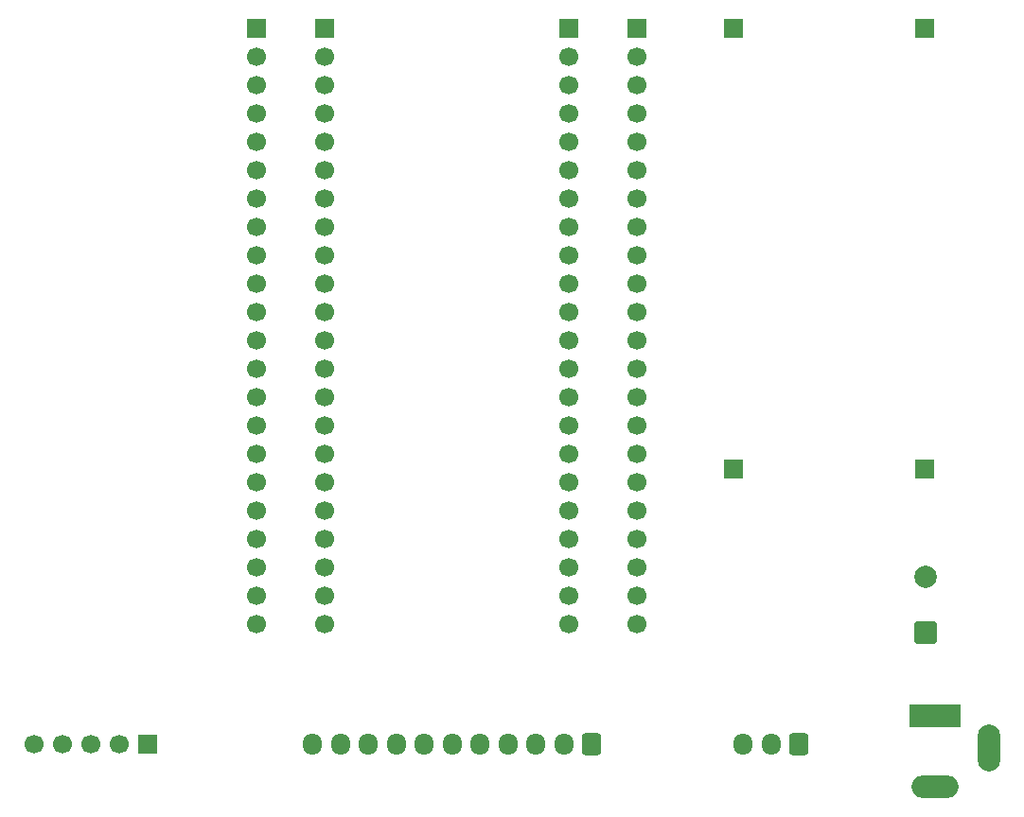
<source format=gbr>
%TF.GenerationSoftware,KiCad,Pcbnew,9.0.3*%
%TF.CreationDate,2025-07-24T13:33:20+07:00*%
%TF.ProjectId,shield,73686965-6c64-42e6-9b69-6361645f7063,rev?*%
%TF.SameCoordinates,Original*%
%TF.FileFunction,Copper,L2,Bot*%
%TF.FilePolarity,Positive*%
%FSLAX46Y46*%
G04 Gerber Fmt 4.6, Leading zero omitted, Abs format (unit mm)*
G04 Created by KiCad (PCBNEW 9.0.3) date 2025-07-24 13:33:20*
%MOMM*%
%LPD*%
G01*
G04 APERTURE LIST*
G04 Aperture macros list*
%AMRoundRect*
0 Rectangle with rounded corners*
0 $1 Rounding radius*
0 $2 $3 $4 $5 $6 $7 $8 $9 X,Y pos of 4 corners*
0 Add a 4 corners polygon primitive as box body*
4,1,4,$2,$3,$4,$5,$6,$7,$8,$9,$2,$3,0*
0 Add four circle primitives for the rounded corners*
1,1,$1+$1,$2,$3*
1,1,$1+$1,$4,$5*
1,1,$1+$1,$6,$7*
1,1,$1+$1,$8,$9*
0 Add four rect primitives between the rounded corners*
20,1,$1+$1,$2,$3,$4,$5,0*
20,1,$1+$1,$4,$5,$6,$7,0*
20,1,$1+$1,$6,$7,$8,$9,0*
20,1,$1+$1,$8,$9,$2,$3,0*%
G04 Aperture macros list end*
%TA.AperFunction,ComponentPad*%
%ADD10R,1.700000X1.700000*%
%TD*%
%TA.AperFunction,ComponentPad*%
%ADD11C,1.700000*%
%TD*%
%TA.AperFunction,ComponentPad*%
%ADD12O,1.700000X1.950000*%
%TD*%
%TA.AperFunction,ComponentPad*%
%ADD13RoundRect,0.250000X0.600000X0.725000X-0.600000X0.725000X-0.600000X-0.725000X0.600000X-0.725000X0*%
%TD*%
%TA.AperFunction,ComponentPad*%
%ADD14R,4.600000X2.000000*%
%TD*%
%TA.AperFunction,ComponentPad*%
%ADD15O,4.200000X2.000000*%
%TD*%
%TA.AperFunction,ComponentPad*%
%ADD16O,2.000000X4.200000*%
%TD*%
%TA.AperFunction,ComponentPad*%
%ADD17RoundRect,0.250000X0.750000X-0.750000X0.750000X0.750000X-0.750000X0.750000X-0.750000X-0.750000X0*%
%TD*%
%TA.AperFunction,ComponentPad*%
%ADD18C,2.000000*%
%TD*%
G04 APERTURE END LIST*
D10*
%TO.P,J2,1,Pin_1*%
%TO.N,+3V3*%
X107479400Y-137663800D03*
D11*
%TO.P,J2,2,Pin_2*%
%TO.N,GND*%
X104939400Y-137663800D03*
%TO.P,J2,3,Pin_3*%
%TO.N,/GPIO12+SCL*%
X102399400Y-137663800D03*
%TO.P,J2,4,Pin_4*%
%TO.N,/GPIO11+SDA*%
X99859400Y-137663800D03*
%TO.P,J2,5,Pin_5*%
%TO.N,/GPIO16*%
X97319400Y-137663800D03*
%TD*%
D12*
%TO.P,J3,3,Pin_3*%
%TO.N,GND*%
X160759400Y-137663800D03*
%TO.P,J3,2,Pin_2*%
%TO.N,Net-(J3-Pin_2)*%
X163259400Y-137663800D03*
D13*
%TO.P,J3,1,Pin_1*%
%TO.N,/GPIO15*%
X165759400Y-137663800D03*
%TD*%
D10*
%TO.P,J7,1,Pin_1*%
%TO.N,GND*%
X177006600Y-113080800D03*
%TD*%
%TO.P,J6,1,Pin_1*%
%TO.N,Net-(J3-Pin_2)*%
X159861600Y-113080800D03*
%TD*%
D11*
%TO.P,J9,22,Pin_22*%
%TO.N,GND*%
X145141600Y-126923800D03*
%TO.P,J9,21,Pin_21*%
X145141600Y-124383800D03*
%TO.P,J9,20,Pin_20*%
%TO.N,Net-(J11-Pin_20)*%
X145141600Y-121843800D03*
%TO.P,J9,19,Pin_19*%
%TO.N,Net-(J11-Pin_19)*%
X145141600Y-119303800D03*
%TO.P,J9,18,Pin_18*%
%TO.N,Net-(J11-Pin_18)*%
X145141600Y-116763800D03*
%TO.P,J9,17,Pin_17*%
%TO.N,Net-(J11-Pin_17)*%
X145141600Y-114223800D03*
%TO.P,J9,16,Pin_16*%
%TO.N,Net-(J11-Pin_16)*%
X145141600Y-111683800D03*
%TO.P,J9,15,Pin_15*%
%TO.N,Net-(J11-Pin_15)*%
X145141600Y-109143800D03*
%TO.P,J9,14,Pin_14*%
%TO.N,Net-(J11-Pin_14)*%
X145141600Y-106603800D03*
%TO.P,J9,13,Pin_13*%
%TO.N,Net-(J11-Pin_13)*%
X145141600Y-104063800D03*
%TO.P,J9,12,Pin_12*%
%TO.N,Net-(J11-Pin_12)*%
X145141600Y-101523800D03*
%TO.P,J9,11,Pin_11*%
%TO.N,Net-(J11-Pin_11)*%
X145141600Y-98983800D03*
%TO.P,J9,10,Pin_10*%
%TO.N,Net-(J11-Pin_10)*%
X145141600Y-96443800D03*
%TO.P,J9,9,Pin_9*%
%TO.N,Net-(J11-Pin_9)*%
X145141600Y-93903800D03*
%TO.P,J9,8,Pin_8*%
%TO.N,Net-(J11-Pin_8)*%
X145141600Y-91363800D03*
%TO.P,J9,7,Pin_7*%
%TO.N,Net-(J11-Pin_7)*%
X145141600Y-88823800D03*
%TO.P,J9,6,Pin_6*%
%TO.N,Net-(J11-Pin_6)*%
X145141600Y-86283800D03*
%TO.P,J9,5,Pin_5*%
%TO.N,/GPIO2*%
X145141600Y-83743800D03*
%TO.P,J9,4,Pin_4*%
%TO.N,/GPIO1*%
X145141600Y-81203800D03*
%TO.P,J9,3,Pin_3*%
%TO.N,Net-(J11-Pin_3)*%
X145141600Y-78663800D03*
%TO.P,J9,2,Pin_2*%
%TO.N,Net-(J11-Pin_2)*%
X145141600Y-76123800D03*
D10*
%TO.P,J9,1,Pin_1*%
%TO.N,GND*%
X145141600Y-73583800D03*
%TD*%
D11*
%TO.P,J8,22,Pin_22*%
%TO.N,GND*%
X123291600Y-126923800D03*
%TO.P,J8,21,Pin_21*%
%TO.N,+5V*%
X123291600Y-124383800D03*
%TO.P,J8,20,Pin_20*%
%TO.N,/GPIO14*%
X123291600Y-121843800D03*
%TO.P,J8,19,Pin_19*%
%TO.N,/GPIO13*%
X123291600Y-119303800D03*
%TO.P,J8,18,Pin_18*%
%TO.N,/GPIO12+SCL*%
X123291600Y-116763800D03*
%TO.P,J8,17,Pin_17*%
%TO.N,/GPIO11+SDA*%
X123291600Y-114223800D03*
%TO.P,J8,16,Pin_16*%
%TO.N,/GPIO10*%
X123291600Y-111683800D03*
%TO.P,J8,15,Pin_15*%
%TO.N,/GPIO9*%
X123291600Y-109143800D03*
%TO.P,J8,14,Pin_14*%
%TO.N,Net-(J10-Pin_14)*%
X123291600Y-106603800D03*
%TO.P,J8,13,Pin_13*%
%TO.N,Net-(J10-Pin_13)*%
X123291600Y-104063800D03*
%TO.P,J8,12,Pin_12*%
%TO.N,/GPIO8*%
X123291600Y-101523800D03*
%TO.P,J8,11,Pin_11*%
%TO.N,/GPIO18*%
X123291600Y-98983800D03*
%TO.P,J8,10,Pin_10*%
%TO.N,/GPIO17*%
X123291600Y-96443800D03*
%TO.P,J8,9,Pin_9*%
%TO.N,/GPIO16*%
X123291600Y-93903800D03*
%TO.P,J8,8,Pin_8*%
%TO.N,/GPIO15*%
X123291600Y-91363800D03*
%TO.P,J8,7,Pin_7*%
%TO.N,/GPIO7*%
X123291600Y-88823800D03*
%TO.P,J8,6,Pin_6*%
%TO.N,/GPIO6*%
X123291600Y-86283800D03*
%TO.P,J8,5,Pin_5*%
%TO.N,/GPIO5*%
X123291600Y-83743800D03*
%TO.P,J8,4,Pin_4*%
%TO.N,/GPIO4*%
X123291600Y-81203800D03*
%TO.P,J8,3,Pin_3*%
%TO.N,Net-(J10-Pin_3)*%
X123291600Y-78663800D03*
%TO.P,J8,2,Pin_2*%
%TO.N,Net-(J10-Pin_2)*%
X123291600Y-76123800D03*
D10*
%TO.P,J8,1,Pin_1*%
%TO.N,+3V3*%
X123291600Y-73583800D03*
%TD*%
D14*
%TO.P,J12,1*%
%TO.N,VCC*%
X177952400Y-135153400D03*
D15*
%TO.P,J12,2*%
%TO.N,GND*%
X177952400Y-141453400D03*
D16*
%TO.P,J12,3*%
%TO.N,N/C*%
X182752400Y-138053400D03*
%TD*%
D10*
%TO.P,J5,1,Pin_1*%
%TO.N,GND*%
X177006600Y-73583800D03*
%TD*%
D17*
%TO.P,C1,1*%
%TO.N,VCC*%
X177088800Y-127707400D03*
D18*
%TO.P,C1,2*%
%TO.N,GND*%
X177088800Y-122707400D03*
%TD*%
D10*
%TO.P,J10,1,Pin_1*%
%TO.N,+3V3*%
X117201600Y-73583800D03*
D11*
%TO.P,J10,2,Pin_2*%
%TO.N,Net-(J10-Pin_2)*%
X117201600Y-76123800D03*
%TO.P,J10,3,Pin_3*%
%TO.N,Net-(J10-Pin_3)*%
X117201600Y-78663800D03*
%TO.P,J10,4,Pin_4*%
%TO.N,/GPIO4*%
X117201600Y-81203800D03*
%TO.P,J10,5,Pin_5*%
%TO.N,/GPIO5*%
X117201600Y-83743800D03*
%TO.P,J10,6,Pin_6*%
%TO.N,/GPIO6*%
X117201600Y-86283800D03*
%TO.P,J10,7,Pin_7*%
%TO.N,/GPIO7*%
X117201600Y-88823800D03*
%TO.P,J10,8,Pin_8*%
%TO.N,/GPIO15*%
X117201600Y-91363800D03*
%TO.P,J10,9,Pin_9*%
%TO.N,/GPIO16*%
X117201600Y-93903800D03*
%TO.P,J10,10,Pin_10*%
%TO.N,/GPIO17*%
X117201600Y-96443800D03*
%TO.P,J10,11,Pin_11*%
%TO.N,/GPIO18*%
X117201600Y-98983800D03*
%TO.P,J10,12,Pin_12*%
%TO.N,/GPIO8*%
X117201600Y-101523800D03*
%TO.P,J10,13,Pin_13*%
%TO.N,Net-(J10-Pin_13)*%
X117201600Y-104063800D03*
%TO.P,J10,14,Pin_14*%
%TO.N,Net-(J10-Pin_14)*%
X117201600Y-106603800D03*
%TO.P,J10,15,Pin_15*%
%TO.N,/GPIO9*%
X117201600Y-109143800D03*
%TO.P,J10,16,Pin_16*%
%TO.N,/GPIO10*%
X117201600Y-111683800D03*
%TO.P,J10,17,Pin_17*%
%TO.N,/GPIO11+SDA*%
X117201600Y-114223800D03*
%TO.P,J10,18,Pin_18*%
%TO.N,/GPIO12+SCL*%
X117201600Y-116763800D03*
%TO.P,J10,19,Pin_19*%
%TO.N,/GPIO13*%
X117201600Y-119303800D03*
%TO.P,J10,20,Pin_20*%
%TO.N,/GPIO14*%
X117201600Y-121843800D03*
%TO.P,J10,21,Pin_21*%
%TO.N,+5V*%
X117201600Y-124383800D03*
%TO.P,J10,22,Pin_22*%
%TO.N,GND*%
X117201600Y-126923800D03*
%TD*%
D13*
%TO.P,J1,1,Pin_1*%
%TO.N,/GPIO4*%
X147239400Y-137663800D03*
D12*
%TO.P,J1,2,Pin_2*%
%TO.N,/GPIO5*%
X144739400Y-137663800D03*
%TO.P,J1,3,Pin_3*%
%TO.N,/GPIO6*%
X142239400Y-137663800D03*
%TO.P,J1,4,Pin_4*%
%TO.N,/GPIO7*%
X139739400Y-137663800D03*
%TO.P,J1,5,Pin_5*%
%TO.N,/GPIO8*%
X137239400Y-137663800D03*
%TO.P,J1,6,Pin_6*%
%TO.N,/GPIO9*%
X134739400Y-137663800D03*
%TO.P,J1,7,Pin_7*%
%TO.N,/GPIO10*%
X132239400Y-137663800D03*
%TO.P,J1,8,Pin_8*%
%TO.N,/GPIO1*%
X129739400Y-137663800D03*
%TO.P,J1,9,Pin_9*%
%TO.N,unconnected-(J1-Pin_9-Pad9)*%
X127239400Y-137663800D03*
%TO.P,J1,10,Pin_10*%
%TO.N,+3V3*%
X124739400Y-137663800D03*
%TO.P,J1,11,Pin_11*%
%TO.N,GND*%
X122239400Y-137663800D03*
%TD*%
D10*
%TO.P,J11,1,Pin_1*%
%TO.N,GND*%
X151231600Y-73583800D03*
D11*
%TO.P,J11,2,Pin_2*%
%TO.N,Net-(J11-Pin_2)*%
X151231600Y-76123800D03*
%TO.P,J11,3,Pin_3*%
%TO.N,Net-(J11-Pin_3)*%
X151231600Y-78663800D03*
%TO.P,J11,4,Pin_4*%
%TO.N,/GPIO1*%
X151231600Y-81203800D03*
%TO.P,J11,5,Pin_5*%
%TO.N,/GPIO2*%
X151231600Y-83743800D03*
%TO.P,J11,6,Pin_6*%
%TO.N,Net-(J11-Pin_6)*%
X151231600Y-86283800D03*
%TO.P,J11,7,Pin_7*%
%TO.N,Net-(J11-Pin_7)*%
X151231600Y-88823800D03*
%TO.P,J11,8,Pin_8*%
%TO.N,Net-(J11-Pin_8)*%
X151231600Y-91363800D03*
%TO.P,J11,9,Pin_9*%
%TO.N,Net-(J11-Pin_9)*%
X151231600Y-93903800D03*
%TO.P,J11,10,Pin_10*%
%TO.N,Net-(J11-Pin_10)*%
X151231600Y-96443800D03*
%TO.P,J11,11,Pin_11*%
%TO.N,Net-(J11-Pin_11)*%
X151231600Y-98983800D03*
%TO.P,J11,12,Pin_12*%
%TO.N,Net-(J11-Pin_12)*%
X151231600Y-101523800D03*
%TO.P,J11,13,Pin_13*%
%TO.N,Net-(J11-Pin_13)*%
X151231600Y-104063800D03*
%TO.P,J11,14,Pin_14*%
%TO.N,Net-(J11-Pin_14)*%
X151231600Y-106603800D03*
%TO.P,J11,15,Pin_15*%
%TO.N,Net-(J11-Pin_15)*%
X151231600Y-109143800D03*
%TO.P,J11,16,Pin_16*%
%TO.N,Net-(J11-Pin_16)*%
X151231600Y-111683800D03*
%TO.P,J11,17,Pin_17*%
%TO.N,Net-(J11-Pin_17)*%
X151231600Y-114223800D03*
%TO.P,J11,18,Pin_18*%
%TO.N,Net-(J11-Pin_18)*%
X151231600Y-116763800D03*
%TO.P,J11,19,Pin_19*%
%TO.N,Net-(J11-Pin_19)*%
X151231600Y-119303800D03*
%TO.P,J11,20,Pin_20*%
%TO.N,Net-(J11-Pin_20)*%
X151231600Y-121843800D03*
%TO.P,J11,21,Pin_21*%
%TO.N,GND*%
X151231600Y-124383800D03*
%TO.P,J11,22,Pin_22*%
X151231600Y-126923800D03*
%TD*%
D10*
%TO.P,J4,1,Pin_1*%
%TO.N,VCC*%
X159861600Y-73583800D03*
%TD*%
M02*

</source>
